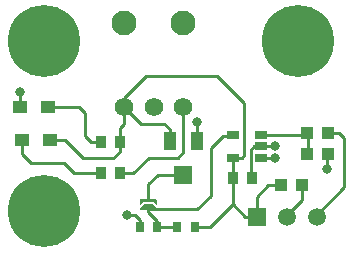
<source format=gtl>
G04*
G04 #@! TF.GenerationSoftware,Altium Limited,Altium Designer,19.1.5 (86)*
G04*
G04 Layer_Physical_Order=1*
G04 Layer_Color=255*
%FSLAX25Y25*%
%MOIN*%
G70*
G01*
G75*
%ADD12C,0.01000*%
%ADD16R,0.04331X0.04331*%
%ADD17R,0.05512X0.00787*%
%ADD18R,0.03543X0.03937*%
%ADD19R,0.03937X0.02756*%
%ADD20R,0.04921X0.04331*%
%ADD21R,0.02756X0.03543*%
%ADD22R,0.04291X0.06299*%
%ADD23R,0.06299X0.06299*%
%ADD39R,0.05906X0.05906*%
%ADD40C,0.05906*%
%ADD41C,0.24016*%
%ADD42C,0.08268*%
%ADD43C,0.06142*%
%ADD44C,0.03200*%
G36*
X150886Y170575D02*
X149902Y171559D01*
X146358Y171559D01*
X145374Y170573D01*
X145374Y172051D01*
X150886D01*
X150886Y170575D01*
D02*
G37*
G36*
X150886Y169394D02*
X145375D01*
X146654Y170673D01*
X149607D01*
X150886Y169394D01*
D02*
G37*
D12*
X213500Y176315D02*
Y192740D01*
X204185Y167000D02*
X213500Y176315D01*
X207650Y182500D02*
Y187500D01*
X199375Y172190D02*
Y177000D01*
X194185Y167000D02*
X199375Y172190D01*
X180500Y166500D02*
X184185D01*
X176350Y170650D02*
X180500Y166500D01*
X184185D02*
Y173185D01*
X188000Y177000D01*
X192288D01*
X208043Y194500D02*
X211740D01*
X213500Y192740D01*
X180000Y187000D02*
Y204500D01*
X171000Y213500D02*
X180000Y204500D01*
X147500Y213500D02*
X171000D01*
X163583Y163000D02*
X168701D01*
X176350Y170650D01*
X169000Y189500D02*
X173000Y193500D01*
X169000Y173500D02*
Y189500D01*
X164500Y169000D02*
X169000Y173500D01*
X148131Y169000D02*
X164500D01*
X148130Y177311D02*
X151319Y180500D01*
X159843D01*
X148130Y172051D02*
Y177311D01*
X140157Y206157D02*
X147500Y213500D01*
X185984Y186000D02*
X190500D01*
X185724Y186260D02*
X185984Y186000D01*
X105500Y203000D02*
Y208000D01*
X145178Y163000D02*
Y165453D01*
X143631Y167000D02*
X145178Y165453D01*
X141130Y167000D02*
X143631D01*
X176350Y170650D02*
Y179500D01*
X151083Y163000D02*
Y165047D01*
Y162500D02*
Y163000D01*
X157678D01*
X151083D02*
X151083D01*
X157678D02*
X157678Y163000D01*
X140157Y203000D02*
Y206157D01*
X179260Y186260D02*
X180000Y187000D01*
X176276Y186260D02*
X179260D01*
X164271Y192036D02*
Y198000D01*
Y192036D02*
X164390Y191917D01*
X173000Y193500D02*
X176035D01*
X176276Y193740D01*
X200590D02*
X201350Y194500D01*
X185724Y193740D02*
X200590D01*
X185724Y190000D02*
X190500D01*
X183500D02*
X185724D01*
X182256Y188756D02*
X183500Y190000D01*
X182256Y179894D02*
Y188756D01*
Y179894D02*
X182650Y179500D01*
X176276Y179575D02*
X176350Y179500D01*
X176276Y179575D02*
Y186260D01*
X201350Y187500D02*
Y194500D01*
X148131Y168000D02*
Y169000D01*
Y168000D02*
X151083Y165047D01*
X138650Y191500D02*
Y196000D01*
X140157Y197508D01*
Y203000D01*
X145658Y197500D01*
X153500D01*
X155295Y195705D01*
Y191917D02*
Y195705D01*
X159843Y188102D02*
Y203000D01*
X158000Y186260D02*
X159843Y188102D01*
X148260Y186260D02*
X158000D01*
X143000Y181000D02*
X148260Y186260D01*
X138650Y181000D02*
X143000D01*
X106000Y187500D02*
Y192000D01*
Y187500D02*
X109000Y184500D01*
X120000D01*
X123500Y181000D01*
X132350D01*
X115252Y192000D02*
X120500D01*
X126500Y186000D01*
X136500D01*
X138650Y188150D01*
Y191500D01*
X129000D02*
X132350D01*
X127000Y193500D02*
X129000Y191500D01*
X127000Y193500D02*
Y201000D01*
X114752Y203000D02*
X125000D01*
X127000Y201000D01*
D16*
X192288Y177000D02*
D03*
X199375D02*
D03*
X200957Y194500D02*
D03*
X208043D02*
D03*
Y187500D02*
D03*
X200957D02*
D03*
D17*
X148131Y169000D02*
D03*
X148130Y172051D02*
D03*
D18*
X176350Y179500D02*
D03*
X182650D02*
D03*
X138650Y191500D02*
D03*
X132350D02*
D03*
X138650Y181000D02*
D03*
X132350D02*
D03*
D19*
X185724Y186260D02*
D03*
Y190000D02*
D03*
Y193740D02*
D03*
X176276Y186260D02*
D03*
Y193740D02*
D03*
D20*
X115252Y192000D02*
D03*
X106000D02*
D03*
X114752Y203000D02*
D03*
X105500D02*
D03*
D21*
X151083Y163000D02*
D03*
X145178D02*
D03*
X163583Y163000D02*
D03*
X157678D02*
D03*
D22*
X155295Y191917D02*
D03*
X164390D02*
D03*
D23*
X159843Y180500D02*
D03*
D39*
X184185Y166500D02*
D03*
D40*
X194185D02*
D03*
X204185D02*
D03*
D41*
X113500Y168500D02*
D03*
X198000Y225000D02*
D03*
X113500D02*
D03*
D42*
X140157Y231150D02*
D03*
X159843D02*
D03*
D43*
X140157Y203000D02*
D03*
X150000D02*
D03*
X159843D02*
D03*
D44*
X190500Y186000D02*
D03*
X105500Y208000D02*
D03*
X141130Y167000D02*
D03*
X164271Y198000D02*
D03*
X190500Y190000D02*
D03*
X207650Y182500D02*
D03*
M02*

</source>
